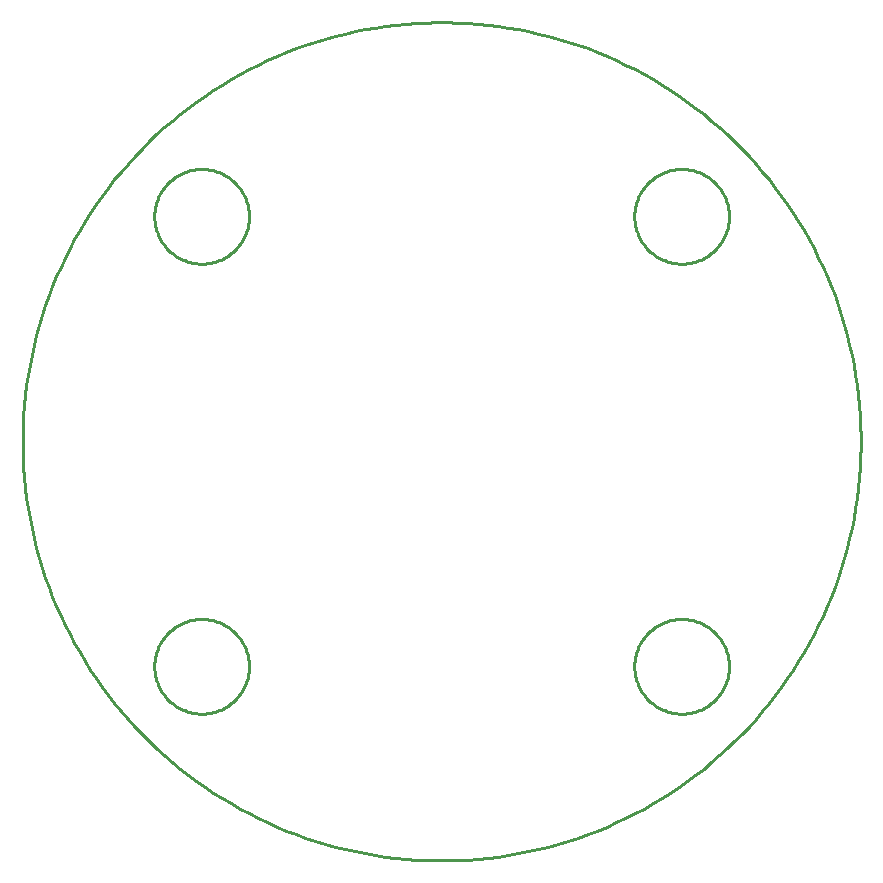
<source format=gbr>
G04 EAGLE Gerber X2 export*
%TF.Part,Single*%
%TF.FileFunction,Profile,NP*%
%TF.FilePolarity,Positive*%
%TF.GenerationSoftware,Autodesk,EAGLE,8.6.0*%
%TF.CreationDate,2018-09-12T16:30:21Z*%
G75*
%MOMM*%
%FSLAX34Y34*%
%LPD*%
%AMOC8*
5,1,8,0,0,1.08239X$1,22.5*%
G01*
%ADD10C,0.254000*%


D10*
X1015238Y465545D02*
X1015024Y456838D01*
X1014597Y448139D01*
X1013956Y439454D01*
X1013103Y430786D01*
X1012036Y422142D01*
X1010758Y413527D01*
X1009269Y404946D01*
X1007570Y396403D01*
X1005662Y387906D01*
X1003546Y379457D01*
X1001223Y371063D01*
X998695Y362729D01*
X995963Y354459D01*
X993029Y346259D01*
X989894Y338133D01*
X986561Y330086D01*
X983032Y322124D01*
X979308Y314251D01*
X975392Y306471D01*
X971286Y298790D01*
X966994Y291212D01*
X962516Y283742D01*
X957856Y276383D01*
X953018Y269142D01*
X948003Y262021D01*
X942814Y255026D01*
X937456Y248159D01*
X931931Y241427D01*
X926242Y234832D01*
X920393Y228379D01*
X914388Y222071D01*
X908229Y215912D01*
X901921Y209907D01*
X895468Y204058D01*
X888873Y198369D01*
X882141Y192844D01*
X875275Y187486D01*
X868279Y182297D01*
X861158Y177282D01*
X853917Y172444D01*
X846558Y167784D01*
X839088Y163307D01*
X831510Y159014D01*
X823829Y154908D01*
X816049Y150992D01*
X808176Y147268D01*
X800214Y143739D01*
X792167Y140406D01*
X784042Y137271D01*
X775841Y134337D01*
X767571Y131605D01*
X759237Y129077D01*
X750843Y126754D01*
X742394Y124638D01*
X733897Y122730D01*
X725354Y121031D01*
X716773Y119542D01*
X708158Y118264D01*
X699514Y117197D01*
X690846Y116344D01*
X682161Y115703D01*
X673462Y115276D01*
X664755Y115062D01*
X656045Y115062D01*
X647338Y115276D01*
X638639Y115703D01*
X629954Y116344D01*
X621286Y117197D01*
X612642Y118264D01*
X604027Y119542D01*
X595446Y121031D01*
X586903Y122730D01*
X578406Y124638D01*
X569957Y126754D01*
X561563Y129077D01*
X553229Y131605D01*
X544959Y134337D01*
X536759Y137271D01*
X528633Y140406D01*
X520586Y143739D01*
X512624Y147268D01*
X504751Y150992D01*
X496971Y154908D01*
X489290Y159014D01*
X481712Y163307D01*
X474242Y167784D01*
X466883Y172444D01*
X459642Y177282D01*
X452521Y182297D01*
X445526Y187486D01*
X438659Y192844D01*
X431927Y198369D01*
X425332Y204058D01*
X418879Y209907D01*
X412571Y215912D01*
X406412Y222071D01*
X400407Y228379D01*
X394558Y234832D01*
X388869Y241427D01*
X383344Y248159D01*
X377986Y255026D01*
X372797Y262021D01*
X367782Y269142D01*
X362944Y276383D01*
X358284Y283742D01*
X353807Y291212D01*
X349514Y298790D01*
X345408Y306471D01*
X341492Y314251D01*
X337768Y322124D01*
X334239Y330086D01*
X330906Y338133D01*
X327771Y346259D01*
X324837Y354459D01*
X322105Y362729D01*
X319577Y371063D01*
X317254Y379457D01*
X315138Y387906D01*
X313230Y396403D01*
X311531Y404946D01*
X310042Y413527D01*
X308764Y422142D01*
X307697Y430786D01*
X306844Y439454D01*
X306203Y448139D01*
X305776Y456838D01*
X305562Y465545D01*
X305562Y474255D01*
X305776Y482962D01*
X306203Y491661D01*
X306844Y500346D01*
X307697Y509014D01*
X308764Y517658D01*
X310042Y526273D01*
X311531Y534854D01*
X313230Y543397D01*
X315138Y551894D01*
X317254Y560343D01*
X319577Y568737D01*
X322105Y577071D01*
X324837Y585341D01*
X327771Y593542D01*
X330906Y601667D01*
X334239Y609714D01*
X337768Y617676D01*
X341492Y625549D01*
X345408Y633329D01*
X349514Y641010D01*
X353807Y648588D01*
X358284Y656058D01*
X362944Y663417D01*
X367782Y670658D01*
X372797Y677779D01*
X377986Y684775D01*
X383344Y691641D01*
X388869Y698373D01*
X394558Y704968D01*
X400407Y711421D01*
X406412Y717729D01*
X412571Y723888D01*
X418879Y729893D01*
X425332Y735742D01*
X431927Y741431D01*
X438659Y746956D01*
X445526Y752314D01*
X452521Y757503D01*
X459642Y762518D01*
X466883Y767356D01*
X474242Y772016D01*
X481712Y776494D01*
X489290Y780786D01*
X496971Y784892D01*
X504751Y788808D01*
X512624Y792532D01*
X520586Y796061D01*
X528633Y799394D01*
X536759Y802529D01*
X544959Y805463D01*
X553229Y808195D01*
X561563Y810723D01*
X569957Y813046D01*
X578406Y815162D01*
X586903Y817070D01*
X595446Y818769D01*
X604027Y820258D01*
X612642Y821536D01*
X621286Y822603D01*
X629954Y823456D01*
X638639Y824097D01*
X647338Y824524D01*
X656045Y824738D01*
X664755Y824738D01*
X673462Y824524D01*
X682161Y824097D01*
X690846Y823456D01*
X699514Y822603D01*
X708158Y821536D01*
X716773Y820258D01*
X725354Y818769D01*
X733897Y817070D01*
X742394Y815162D01*
X750843Y813046D01*
X759237Y810723D01*
X767571Y808195D01*
X775841Y805463D01*
X784042Y802529D01*
X792167Y799394D01*
X800214Y796061D01*
X808176Y792532D01*
X816049Y788808D01*
X823829Y784892D01*
X831510Y780786D01*
X839088Y776494D01*
X846558Y772016D01*
X853917Y767356D01*
X861158Y762518D01*
X868279Y757503D01*
X875275Y752314D01*
X882141Y746956D01*
X888873Y741431D01*
X895468Y735742D01*
X901921Y729893D01*
X908229Y723888D01*
X914388Y717729D01*
X920393Y711421D01*
X926242Y704968D01*
X931931Y698373D01*
X937456Y691641D01*
X942814Y684775D01*
X948003Y677779D01*
X953018Y670658D01*
X957856Y663417D01*
X962516Y656058D01*
X966994Y648588D01*
X971286Y641010D01*
X975392Y633329D01*
X979308Y625549D01*
X983032Y617676D01*
X986561Y609714D01*
X989894Y601667D01*
X993029Y593542D01*
X995963Y585341D01*
X998695Y577071D01*
X1001223Y568737D01*
X1003546Y560343D01*
X1005662Y551894D01*
X1007570Y543397D01*
X1009269Y534854D01*
X1010758Y526273D01*
X1012036Y517658D01*
X1013103Y509014D01*
X1013956Y500346D01*
X1014597Y491661D01*
X1015024Y482962D01*
X1015238Y474255D01*
X1015238Y465545D01*
X497205Y659527D02*
X497129Y657783D01*
X496977Y656044D01*
X496749Y654313D01*
X496446Y652594D01*
X496068Y650889D01*
X495616Y649203D01*
X495091Y647538D01*
X494494Y645897D01*
X493826Y644284D01*
X493088Y642702D01*
X492282Y641153D01*
X491409Y639642D01*
X490471Y638169D01*
X489470Y636739D01*
X488407Y635354D01*
X487285Y634017D01*
X486105Y632729D01*
X484871Y631495D01*
X483583Y630316D01*
X482246Y629193D01*
X480861Y628131D01*
X479431Y627129D01*
X477958Y626191D01*
X476447Y625318D01*
X474898Y624512D01*
X473316Y623774D01*
X471703Y623106D01*
X470062Y622509D01*
X468397Y621984D01*
X466711Y621532D01*
X465006Y621154D01*
X463287Y620851D01*
X461556Y620623D01*
X459817Y620471D01*
X458073Y620395D01*
X456327Y620395D01*
X454583Y620471D01*
X452844Y620623D01*
X451113Y620851D01*
X449394Y621154D01*
X447689Y621532D01*
X446003Y621984D01*
X444338Y622509D01*
X442697Y623106D01*
X441084Y623774D01*
X439502Y624512D01*
X437953Y625318D01*
X436442Y626191D01*
X434969Y627129D01*
X433539Y628131D01*
X432154Y629193D01*
X430817Y630316D01*
X429529Y631495D01*
X428295Y632729D01*
X427116Y634017D01*
X425993Y635354D01*
X424931Y636739D01*
X423929Y638169D01*
X422991Y639642D01*
X422118Y641153D01*
X421312Y642702D01*
X420574Y644284D01*
X419906Y645897D01*
X419309Y647538D01*
X418784Y649203D01*
X418332Y650889D01*
X417954Y652594D01*
X417651Y654313D01*
X417423Y656044D01*
X417271Y657783D01*
X417195Y659527D01*
X417195Y661273D01*
X417271Y663017D01*
X417423Y664756D01*
X417651Y666487D01*
X417954Y668206D01*
X418332Y669911D01*
X418784Y671597D01*
X419309Y673262D01*
X419906Y674903D01*
X420574Y676516D01*
X421312Y678098D01*
X422118Y679647D01*
X422991Y681158D01*
X423929Y682631D01*
X424931Y684061D01*
X425993Y685446D01*
X427116Y686783D01*
X428295Y688071D01*
X429529Y689305D01*
X430817Y690485D01*
X432154Y691607D01*
X433539Y692670D01*
X434969Y693671D01*
X436442Y694609D01*
X437953Y695482D01*
X439502Y696288D01*
X441084Y697026D01*
X442697Y697694D01*
X444338Y698291D01*
X446003Y698816D01*
X447689Y699268D01*
X449394Y699646D01*
X451113Y699949D01*
X452844Y700177D01*
X454583Y700329D01*
X456327Y700405D01*
X458073Y700405D01*
X459817Y700329D01*
X461556Y700177D01*
X463287Y699949D01*
X465006Y699646D01*
X466711Y699268D01*
X468397Y698816D01*
X470062Y698291D01*
X471703Y697694D01*
X473316Y697026D01*
X474898Y696288D01*
X476447Y695482D01*
X477958Y694609D01*
X479431Y693671D01*
X480861Y692670D01*
X482246Y691607D01*
X483583Y690485D01*
X484871Y689305D01*
X486105Y688071D01*
X487285Y686783D01*
X488407Y685446D01*
X489470Y684061D01*
X490471Y682631D01*
X491409Y681158D01*
X492282Y679647D01*
X493088Y678098D01*
X493826Y676516D01*
X494494Y674903D01*
X495091Y673262D01*
X495616Y671597D01*
X496068Y669911D01*
X496446Y668206D01*
X496749Y666487D01*
X496977Y664756D01*
X497129Y663017D01*
X497205Y661273D01*
X497205Y659527D01*
X497205Y278527D02*
X497129Y276783D01*
X496977Y275044D01*
X496749Y273313D01*
X496446Y271594D01*
X496068Y269889D01*
X495616Y268203D01*
X495091Y266538D01*
X494494Y264897D01*
X493826Y263284D01*
X493088Y261702D01*
X492282Y260153D01*
X491409Y258642D01*
X490471Y257169D01*
X489470Y255739D01*
X488407Y254354D01*
X487285Y253017D01*
X486105Y251729D01*
X484871Y250495D01*
X483583Y249316D01*
X482246Y248193D01*
X480861Y247131D01*
X479431Y246129D01*
X477958Y245191D01*
X476447Y244318D01*
X474898Y243512D01*
X473316Y242774D01*
X471703Y242106D01*
X470062Y241509D01*
X468397Y240984D01*
X466711Y240532D01*
X465006Y240154D01*
X463287Y239851D01*
X461556Y239623D01*
X459817Y239471D01*
X458073Y239395D01*
X456327Y239395D01*
X454583Y239471D01*
X452844Y239623D01*
X451113Y239851D01*
X449394Y240154D01*
X447689Y240532D01*
X446003Y240984D01*
X444338Y241509D01*
X442697Y242106D01*
X441084Y242774D01*
X439502Y243512D01*
X437953Y244318D01*
X436442Y245191D01*
X434969Y246129D01*
X433539Y247131D01*
X432154Y248193D01*
X430817Y249316D01*
X429529Y250495D01*
X428295Y251729D01*
X427116Y253017D01*
X425993Y254354D01*
X424931Y255739D01*
X423929Y257169D01*
X422991Y258642D01*
X422118Y260153D01*
X421312Y261702D01*
X420574Y263284D01*
X419906Y264897D01*
X419309Y266538D01*
X418784Y268203D01*
X418332Y269889D01*
X417954Y271594D01*
X417651Y273313D01*
X417423Y275044D01*
X417271Y276783D01*
X417195Y278527D01*
X417195Y280273D01*
X417271Y282017D01*
X417423Y283756D01*
X417651Y285487D01*
X417954Y287206D01*
X418332Y288911D01*
X418784Y290597D01*
X419309Y292262D01*
X419906Y293903D01*
X420574Y295516D01*
X421312Y297098D01*
X422118Y298647D01*
X422991Y300158D01*
X423929Y301631D01*
X424931Y303061D01*
X425993Y304446D01*
X427116Y305783D01*
X428295Y307071D01*
X429529Y308305D01*
X430817Y309485D01*
X432154Y310607D01*
X433539Y311670D01*
X434969Y312671D01*
X436442Y313609D01*
X437953Y314482D01*
X439502Y315288D01*
X441084Y316026D01*
X442697Y316694D01*
X444338Y317291D01*
X446003Y317816D01*
X447689Y318268D01*
X449394Y318646D01*
X451113Y318949D01*
X452844Y319177D01*
X454583Y319329D01*
X456327Y319405D01*
X458073Y319405D01*
X459817Y319329D01*
X461556Y319177D01*
X463287Y318949D01*
X465006Y318646D01*
X466711Y318268D01*
X468397Y317816D01*
X470062Y317291D01*
X471703Y316694D01*
X473316Y316026D01*
X474898Y315288D01*
X476447Y314482D01*
X477958Y313609D01*
X479431Y312671D01*
X480861Y311670D01*
X482246Y310607D01*
X483583Y309485D01*
X484871Y308305D01*
X486105Y307071D01*
X487285Y305783D01*
X488407Y304446D01*
X489470Y303061D01*
X490471Y301631D01*
X491409Y300158D01*
X492282Y298647D01*
X493088Y297098D01*
X493826Y295516D01*
X494494Y293903D01*
X495091Y292262D01*
X495616Y290597D01*
X496068Y288911D01*
X496446Y287206D01*
X496749Y285487D01*
X496977Y283756D01*
X497129Y282017D01*
X497205Y280273D01*
X497205Y278527D01*
X903605Y659527D02*
X903529Y657783D01*
X903377Y656044D01*
X903149Y654313D01*
X902846Y652594D01*
X902468Y650889D01*
X902016Y649203D01*
X901491Y647538D01*
X900894Y645897D01*
X900226Y644284D01*
X899488Y642702D01*
X898682Y641153D01*
X897809Y639642D01*
X896871Y638169D01*
X895870Y636739D01*
X894807Y635354D01*
X893685Y634017D01*
X892505Y632729D01*
X891271Y631495D01*
X889983Y630316D01*
X888646Y629193D01*
X887261Y628131D01*
X885831Y627129D01*
X884358Y626191D01*
X882847Y625318D01*
X881298Y624512D01*
X879716Y623774D01*
X878103Y623106D01*
X876462Y622509D01*
X874797Y621984D01*
X873111Y621532D01*
X871406Y621154D01*
X869687Y620851D01*
X867956Y620623D01*
X866217Y620471D01*
X864473Y620395D01*
X862727Y620395D01*
X860983Y620471D01*
X859244Y620623D01*
X857513Y620851D01*
X855794Y621154D01*
X854089Y621532D01*
X852403Y621984D01*
X850738Y622509D01*
X849097Y623106D01*
X847484Y623774D01*
X845902Y624512D01*
X844353Y625318D01*
X842842Y626191D01*
X841369Y627129D01*
X839939Y628131D01*
X838554Y629193D01*
X837217Y630316D01*
X835929Y631495D01*
X834695Y632729D01*
X833516Y634017D01*
X832393Y635354D01*
X831331Y636739D01*
X830329Y638169D01*
X829391Y639642D01*
X828518Y641153D01*
X827712Y642702D01*
X826974Y644284D01*
X826306Y645897D01*
X825709Y647538D01*
X825184Y649203D01*
X824732Y650889D01*
X824354Y652594D01*
X824051Y654313D01*
X823823Y656044D01*
X823671Y657783D01*
X823595Y659527D01*
X823595Y661273D01*
X823671Y663017D01*
X823823Y664756D01*
X824051Y666487D01*
X824354Y668206D01*
X824732Y669911D01*
X825184Y671597D01*
X825709Y673262D01*
X826306Y674903D01*
X826974Y676516D01*
X827712Y678098D01*
X828518Y679647D01*
X829391Y681158D01*
X830329Y682631D01*
X831331Y684061D01*
X832393Y685446D01*
X833516Y686783D01*
X834695Y688071D01*
X835929Y689305D01*
X837217Y690485D01*
X838554Y691607D01*
X839939Y692670D01*
X841369Y693671D01*
X842842Y694609D01*
X844353Y695482D01*
X845902Y696288D01*
X847484Y697026D01*
X849097Y697694D01*
X850738Y698291D01*
X852403Y698816D01*
X854089Y699268D01*
X855794Y699646D01*
X857513Y699949D01*
X859244Y700177D01*
X860983Y700329D01*
X862727Y700405D01*
X864473Y700405D01*
X866217Y700329D01*
X867956Y700177D01*
X869687Y699949D01*
X871406Y699646D01*
X873111Y699268D01*
X874797Y698816D01*
X876462Y698291D01*
X878103Y697694D01*
X879716Y697026D01*
X881298Y696288D01*
X882847Y695482D01*
X884358Y694609D01*
X885831Y693671D01*
X887261Y692670D01*
X888646Y691607D01*
X889983Y690485D01*
X891271Y689305D01*
X892505Y688071D01*
X893685Y686783D01*
X894807Y685446D01*
X895870Y684061D01*
X896871Y682631D01*
X897809Y681158D01*
X898682Y679647D01*
X899488Y678098D01*
X900226Y676516D01*
X900894Y674903D01*
X901491Y673262D01*
X902016Y671597D01*
X902468Y669911D01*
X902846Y668206D01*
X903149Y666487D01*
X903377Y664756D01*
X903529Y663017D01*
X903605Y661273D01*
X903605Y659527D01*
X903605Y278527D02*
X903529Y276783D01*
X903377Y275044D01*
X903149Y273313D01*
X902846Y271594D01*
X902468Y269889D01*
X902016Y268203D01*
X901491Y266538D01*
X900894Y264897D01*
X900226Y263284D01*
X899488Y261702D01*
X898682Y260153D01*
X897809Y258642D01*
X896871Y257169D01*
X895870Y255739D01*
X894807Y254354D01*
X893685Y253017D01*
X892505Y251729D01*
X891271Y250495D01*
X889983Y249316D01*
X888646Y248193D01*
X887261Y247131D01*
X885831Y246129D01*
X884358Y245191D01*
X882847Y244318D01*
X881298Y243512D01*
X879716Y242774D01*
X878103Y242106D01*
X876462Y241509D01*
X874797Y240984D01*
X873111Y240532D01*
X871406Y240154D01*
X869687Y239851D01*
X867956Y239623D01*
X866217Y239471D01*
X864473Y239395D01*
X862727Y239395D01*
X860983Y239471D01*
X859244Y239623D01*
X857513Y239851D01*
X855794Y240154D01*
X854089Y240532D01*
X852403Y240984D01*
X850738Y241509D01*
X849097Y242106D01*
X847484Y242774D01*
X845902Y243512D01*
X844353Y244318D01*
X842842Y245191D01*
X841369Y246129D01*
X839939Y247131D01*
X838554Y248193D01*
X837217Y249316D01*
X835929Y250495D01*
X834695Y251729D01*
X833516Y253017D01*
X832393Y254354D01*
X831331Y255739D01*
X830329Y257169D01*
X829391Y258642D01*
X828518Y260153D01*
X827712Y261702D01*
X826974Y263284D01*
X826306Y264897D01*
X825709Y266538D01*
X825184Y268203D01*
X824732Y269889D01*
X824354Y271594D01*
X824051Y273313D01*
X823823Y275044D01*
X823671Y276783D01*
X823595Y278527D01*
X823595Y280273D01*
X823671Y282017D01*
X823823Y283756D01*
X824051Y285487D01*
X824354Y287206D01*
X824732Y288911D01*
X825184Y290597D01*
X825709Y292262D01*
X826306Y293903D01*
X826974Y295516D01*
X827712Y297098D01*
X828518Y298647D01*
X829391Y300158D01*
X830329Y301631D01*
X831331Y303061D01*
X832393Y304446D01*
X833516Y305783D01*
X834695Y307071D01*
X835929Y308305D01*
X837217Y309485D01*
X838554Y310607D01*
X839939Y311670D01*
X841369Y312671D01*
X842842Y313609D01*
X844353Y314482D01*
X845902Y315288D01*
X847484Y316026D01*
X849097Y316694D01*
X850738Y317291D01*
X852403Y317816D01*
X854089Y318268D01*
X855794Y318646D01*
X857513Y318949D01*
X859244Y319177D01*
X860983Y319329D01*
X862727Y319405D01*
X864473Y319405D01*
X866217Y319329D01*
X867956Y319177D01*
X869687Y318949D01*
X871406Y318646D01*
X873111Y318268D01*
X874797Y317816D01*
X876462Y317291D01*
X878103Y316694D01*
X879716Y316026D01*
X881298Y315288D01*
X882847Y314482D01*
X884358Y313609D01*
X885831Y312671D01*
X887261Y311670D01*
X888646Y310607D01*
X889983Y309485D01*
X891271Y308305D01*
X892505Y307071D01*
X893685Y305783D01*
X894807Y304446D01*
X895870Y303061D01*
X896871Y301631D01*
X897809Y300158D01*
X898682Y298647D01*
X899488Y297098D01*
X900226Y295516D01*
X900894Y293903D01*
X901491Y292262D01*
X902016Y290597D01*
X902468Y288911D01*
X902846Y287206D01*
X903149Y285487D01*
X903377Y283756D01*
X903529Y282017D01*
X903605Y280273D01*
X903605Y278527D01*
X497205Y659527D02*
X497129Y657783D01*
X496977Y656044D01*
X496749Y654313D01*
X496446Y652594D01*
X496068Y650889D01*
X495616Y649203D01*
X495091Y647538D01*
X494494Y645897D01*
X493826Y644284D01*
X493088Y642702D01*
X492282Y641153D01*
X491409Y639642D01*
X490471Y638169D01*
X489470Y636739D01*
X488407Y635354D01*
X487285Y634017D01*
X486105Y632729D01*
X484871Y631495D01*
X483583Y630316D01*
X482246Y629193D01*
X480861Y628131D01*
X479431Y627129D01*
X477958Y626191D01*
X476447Y625318D01*
X474898Y624512D01*
X473316Y623774D01*
X471703Y623106D01*
X470062Y622509D01*
X468397Y621984D01*
X466711Y621532D01*
X465006Y621154D01*
X463287Y620851D01*
X461556Y620623D01*
X459817Y620471D01*
X458073Y620395D01*
X456327Y620395D01*
X454583Y620471D01*
X452844Y620623D01*
X451113Y620851D01*
X449394Y621154D01*
X447689Y621532D01*
X446003Y621984D01*
X444338Y622509D01*
X442697Y623106D01*
X441084Y623774D01*
X439502Y624512D01*
X437953Y625318D01*
X436442Y626191D01*
X434969Y627129D01*
X433539Y628131D01*
X432154Y629193D01*
X430817Y630316D01*
X429529Y631495D01*
X428295Y632729D01*
X427116Y634017D01*
X425993Y635354D01*
X424931Y636739D01*
X423929Y638169D01*
X422991Y639642D01*
X422118Y641153D01*
X421312Y642702D01*
X420574Y644284D01*
X419906Y645897D01*
X419309Y647538D01*
X418784Y649203D01*
X418332Y650889D01*
X417954Y652594D01*
X417651Y654313D01*
X417423Y656044D01*
X417271Y657783D01*
X417195Y659527D01*
X417195Y661273D01*
X417271Y663017D01*
X417423Y664756D01*
X417651Y666487D01*
X417954Y668206D01*
X418332Y669911D01*
X418784Y671597D01*
X419309Y673262D01*
X419906Y674903D01*
X420574Y676516D01*
X421312Y678098D01*
X422118Y679647D01*
X422991Y681158D01*
X423929Y682631D01*
X424931Y684061D01*
X425993Y685446D01*
X427116Y686783D01*
X428295Y688071D01*
X429529Y689305D01*
X430817Y690485D01*
X432154Y691607D01*
X433539Y692670D01*
X434969Y693671D01*
X436442Y694609D01*
X437953Y695482D01*
X439502Y696288D01*
X441084Y697026D01*
X442697Y697694D01*
X444338Y698291D01*
X446003Y698816D01*
X447689Y699268D01*
X449394Y699646D01*
X451113Y699949D01*
X452844Y700177D01*
X454583Y700329D01*
X456327Y700405D01*
X458073Y700405D01*
X459817Y700329D01*
X461556Y700177D01*
X463287Y699949D01*
X465006Y699646D01*
X466711Y699268D01*
X468397Y698816D01*
X470062Y698291D01*
X471703Y697694D01*
X473316Y697026D01*
X474898Y696288D01*
X476447Y695482D01*
X477958Y694609D01*
X479431Y693671D01*
X480861Y692670D01*
X482246Y691607D01*
X483583Y690485D01*
X484871Y689305D01*
X486105Y688071D01*
X487285Y686783D01*
X488407Y685446D01*
X489470Y684061D01*
X490471Y682631D01*
X491409Y681158D01*
X492282Y679647D01*
X493088Y678098D01*
X493826Y676516D01*
X494494Y674903D01*
X495091Y673262D01*
X495616Y671597D01*
X496068Y669911D01*
X496446Y668206D01*
X496749Y666487D01*
X496977Y664756D01*
X497129Y663017D01*
X497205Y661273D01*
X497205Y659527D01*
X497205Y278527D02*
X497129Y276783D01*
X496977Y275044D01*
X496749Y273313D01*
X496446Y271594D01*
X496068Y269889D01*
X495616Y268203D01*
X495091Y266538D01*
X494494Y264897D01*
X493826Y263284D01*
X493088Y261702D01*
X492282Y260153D01*
X491409Y258642D01*
X490471Y257169D01*
X489470Y255739D01*
X488407Y254354D01*
X487285Y253017D01*
X486105Y251729D01*
X484871Y250495D01*
X483583Y249316D01*
X482246Y248193D01*
X480861Y247131D01*
X479431Y246129D01*
X477958Y245191D01*
X476447Y244318D01*
X474898Y243512D01*
X473316Y242774D01*
X471703Y242106D01*
X470062Y241509D01*
X468397Y240984D01*
X466711Y240532D01*
X465006Y240154D01*
X463287Y239851D01*
X461556Y239623D01*
X459817Y239471D01*
X458073Y239395D01*
X456327Y239395D01*
X454583Y239471D01*
X452844Y239623D01*
X451113Y239851D01*
X449394Y240154D01*
X447689Y240532D01*
X446003Y240984D01*
X444338Y241509D01*
X442697Y242106D01*
X441084Y242774D01*
X439502Y243512D01*
X437953Y244318D01*
X436442Y245191D01*
X434969Y246129D01*
X433539Y247131D01*
X432154Y248193D01*
X430817Y249316D01*
X429529Y250495D01*
X428295Y251729D01*
X427116Y253017D01*
X425993Y254354D01*
X424931Y255739D01*
X423929Y257169D01*
X422991Y258642D01*
X422118Y260153D01*
X421312Y261702D01*
X420574Y263284D01*
X419906Y264897D01*
X419309Y266538D01*
X418784Y268203D01*
X418332Y269889D01*
X417954Y271594D01*
X417651Y273313D01*
X417423Y275044D01*
X417271Y276783D01*
X417195Y278527D01*
X417195Y280273D01*
X417271Y282017D01*
X417423Y283756D01*
X417651Y285487D01*
X417954Y287206D01*
X418332Y288911D01*
X418784Y290597D01*
X419309Y292262D01*
X419906Y293903D01*
X420574Y295516D01*
X421312Y297098D01*
X422118Y298647D01*
X422991Y300158D01*
X423929Y301631D01*
X424931Y303061D01*
X425993Y304446D01*
X427116Y305783D01*
X428295Y307071D01*
X429529Y308305D01*
X430817Y309485D01*
X432154Y310607D01*
X433539Y311670D01*
X434969Y312671D01*
X436442Y313609D01*
X437953Y314482D01*
X439502Y315288D01*
X441084Y316026D01*
X442697Y316694D01*
X444338Y317291D01*
X446003Y317816D01*
X447689Y318268D01*
X449394Y318646D01*
X451113Y318949D01*
X452844Y319177D01*
X454583Y319329D01*
X456327Y319405D01*
X458073Y319405D01*
X459817Y319329D01*
X461556Y319177D01*
X463287Y318949D01*
X465006Y318646D01*
X466711Y318268D01*
X468397Y317816D01*
X470062Y317291D01*
X471703Y316694D01*
X473316Y316026D01*
X474898Y315288D01*
X476447Y314482D01*
X477958Y313609D01*
X479431Y312671D01*
X480861Y311670D01*
X482246Y310607D01*
X483583Y309485D01*
X484871Y308305D01*
X486105Y307071D01*
X487285Y305783D01*
X488407Y304446D01*
X489470Y303061D01*
X490471Y301631D01*
X491409Y300158D01*
X492282Y298647D01*
X493088Y297098D01*
X493826Y295516D01*
X494494Y293903D01*
X495091Y292262D01*
X495616Y290597D01*
X496068Y288911D01*
X496446Y287206D01*
X496749Y285487D01*
X496977Y283756D01*
X497129Y282017D01*
X497205Y280273D01*
X497205Y278527D01*
X903605Y659527D02*
X903529Y657783D01*
X903377Y656044D01*
X903149Y654313D01*
X902846Y652594D01*
X902468Y650889D01*
X902016Y649203D01*
X901491Y647538D01*
X900894Y645897D01*
X900226Y644284D01*
X899488Y642702D01*
X898682Y641153D01*
X897809Y639642D01*
X896871Y638169D01*
X895870Y636739D01*
X894807Y635354D01*
X893685Y634017D01*
X892505Y632729D01*
X891271Y631495D01*
X889983Y630316D01*
X888646Y629193D01*
X887261Y628131D01*
X885831Y627129D01*
X884358Y626191D01*
X882847Y625318D01*
X881298Y624512D01*
X879716Y623774D01*
X878103Y623106D01*
X876462Y622509D01*
X874797Y621984D01*
X873111Y621532D01*
X871406Y621154D01*
X869687Y620851D01*
X867956Y620623D01*
X866217Y620471D01*
X864473Y620395D01*
X862727Y620395D01*
X860983Y620471D01*
X859244Y620623D01*
X857513Y620851D01*
X855794Y621154D01*
X854089Y621532D01*
X852403Y621984D01*
X850738Y622509D01*
X849097Y623106D01*
X847484Y623774D01*
X845902Y624512D01*
X844353Y625318D01*
X842842Y626191D01*
X841369Y627129D01*
X839939Y628131D01*
X838554Y629193D01*
X837217Y630316D01*
X835929Y631495D01*
X834695Y632729D01*
X833516Y634017D01*
X832393Y635354D01*
X831331Y636739D01*
X830329Y638169D01*
X829391Y639642D01*
X828518Y641153D01*
X827712Y642702D01*
X826974Y644284D01*
X826306Y645897D01*
X825709Y647538D01*
X825184Y649203D01*
X824732Y650889D01*
X824354Y652594D01*
X824051Y654313D01*
X823823Y656044D01*
X823671Y657783D01*
X823595Y659527D01*
X823595Y661273D01*
X823671Y663017D01*
X823823Y664756D01*
X824051Y666487D01*
X824354Y668206D01*
X824732Y669911D01*
X825184Y671597D01*
X825709Y673262D01*
X826306Y674903D01*
X826974Y676516D01*
X827712Y678098D01*
X828518Y679647D01*
X829391Y681158D01*
X830329Y682631D01*
X831331Y684061D01*
X832393Y685446D01*
X833516Y686783D01*
X834695Y688071D01*
X835929Y689305D01*
X837217Y690485D01*
X838554Y691607D01*
X839939Y692670D01*
X841369Y693671D01*
X842842Y694609D01*
X844353Y695482D01*
X845902Y696288D01*
X847484Y697026D01*
X849097Y697694D01*
X850738Y698291D01*
X852403Y698816D01*
X854089Y699268D01*
X855794Y699646D01*
X857513Y699949D01*
X859244Y700177D01*
X860983Y700329D01*
X862727Y700405D01*
X864473Y700405D01*
X866217Y700329D01*
X867956Y700177D01*
X869687Y699949D01*
X871406Y699646D01*
X873111Y699268D01*
X874797Y698816D01*
X876462Y698291D01*
X878103Y697694D01*
X879716Y697026D01*
X881298Y696288D01*
X882847Y695482D01*
X884358Y694609D01*
X885831Y693671D01*
X887261Y692670D01*
X888646Y691607D01*
X889983Y690485D01*
X891271Y689305D01*
X892505Y688071D01*
X893685Y686783D01*
X894807Y685446D01*
X895870Y684061D01*
X896871Y682631D01*
X897809Y681158D01*
X898682Y679647D01*
X899488Y678098D01*
X900226Y676516D01*
X900894Y674903D01*
X901491Y673262D01*
X902016Y671597D01*
X902468Y669911D01*
X902846Y668206D01*
X903149Y666487D01*
X903377Y664756D01*
X903529Y663017D01*
X903605Y661273D01*
X903605Y659527D01*
X903605Y278527D02*
X903529Y276783D01*
X903377Y275044D01*
X903149Y273313D01*
X902846Y271594D01*
X902468Y269889D01*
X902016Y268203D01*
X901491Y266538D01*
X900894Y264897D01*
X900226Y263284D01*
X899488Y261702D01*
X898682Y260153D01*
X897809Y258642D01*
X896871Y257169D01*
X895870Y255739D01*
X894807Y254354D01*
X893685Y253017D01*
X892505Y251729D01*
X891271Y250495D01*
X889983Y249316D01*
X888646Y248193D01*
X887261Y247131D01*
X885831Y246129D01*
X884358Y245191D01*
X882847Y244318D01*
X881298Y243512D01*
X879716Y242774D01*
X878103Y242106D01*
X876462Y241509D01*
X874797Y240984D01*
X873111Y240532D01*
X871406Y240154D01*
X869687Y239851D01*
X867956Y239623D01*
X866217Y239471D01*
X864473Y239395D01*
X862727Y239395D01*
X860983Y239471D01*
X859244Y239623D01*
X857513Y239851D01*
X855794Y240154D01*
X854089Y240532D01*
X852403Y240984D01*
X850738Y241509D01*
X849097Y242106D01*
X847484Y242774D01*
X845902Y243512D01*
X844353Y244318D01*
X842842Y245191D01*
X841369Y246129D01*
X839939Y247131D01*
X838554Y248193D01*
X837217Y249316D01*
X835929Y250495D01*
X834695Y251729D01*
X833516Y253017D01*
X832393Y254354D01*
X831331Y255739D01*
X830329Y257169D01*
X829391Y258642D01*
X828518Y260153D01*
X827712Y261702D01*
X826974Y263284D01*
X826306Y264897D01*
X825709Y266538D01*
X825184Y268203D01*
X824732Y269889D01*
X824354Y271594D01*
X824051Y273313D01*
X823823Y275044D01*
X823671Y276783D01*
X823595Y278527D01*
X823595Y280273D01*
X823671Y282017D01*
X823823Y283756D01*
X824051Y285487D01*
X824354Y287206D01*
X824732Y288911D01*
X825184Y290597D01*
X825709Y292262D01*
X826306Y293903D01*
X826974Y295516D01*
X827712Y297098D01*
X828518Y298647D01*
X829391Y300158D01*
X830329Y301631D01*
X831331Y303061D01*
X832393Y304446D01*
X833516Y305783D01*
X834695Y307071D01*
X835929Y308305D01*
X837217Y309485D01*
X838554Y310607D01*
X839939Y311670D01*
X841369Y312671D01*
X842842Y313609D01*
X844353Y314482D01*
X845902Y315288D01*
X847484Y316026D01*
X849097Y316694D01*
X850738Y317291D01*
X852403Y317816D01*
X854089Y318268D01*
X855794Y318646D01*
X857513Y318949D01*
X859244Y319177D01*
X860983Y319329D01*
X862727Y319405D01*
X864473Y319405D01*
X866217Y319329D01*
X867956Y319177D01*
X869687Y318949D01*
X871406Y318646D01*
X873111Y318268D01*
X874797Y317816D01*
X876462Y317291D01*
X878103Y316694D01*
X879716Y316026D01*
X881298Y315288D01*
X882847Y314482D01*
X884358Y313609D01*
X885831Y312671D01*
X887261Y311670D01*
X888646Y310607D01*
X889983Y309485D01*
X891271Y308305D01*
X892505Y307071D01*
X893685Y305783D01*
X894807Y304446D01*
X895870Y303061D01*
X896871Y301631D01*
X897809Y300158D01*
X898682Y298647D01*
X899488Y297098D01*
X900226Y295516D01*
X900894Y293903D01*
X901491Y292262D01*
X902016Y290597D01*
X902468Y288911D01*
X902846Y287206D01*
X903149Y285487D01*
X903377Y283756D01*
X903529Y282017D01*
X903605Y280273D01*
X903605Y278527D01*
M02*

</source>
